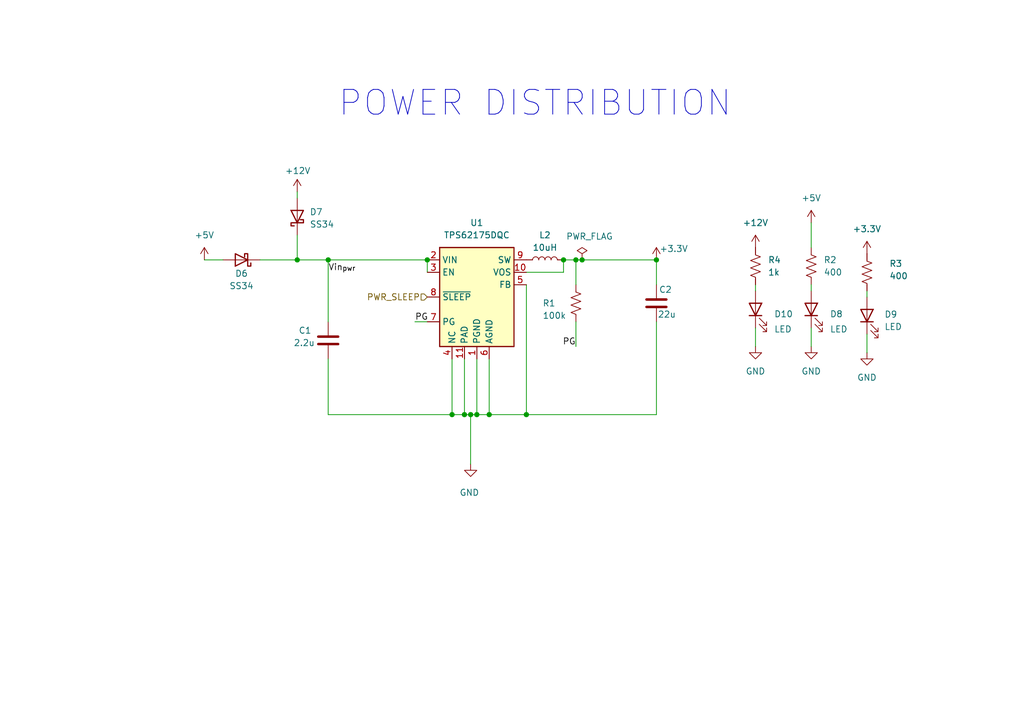
<source format=kicad_sch>
(kicad_sch (version 20250114) (generator "eeschema") (generator_version "9.0")
  (paper "A5")
  (lib_symbols
    (symbol "Device:C" (pin_numbers (hide yes)) (pin_names (offset 0.254))
      (property "Reference" "C" (at 0.635 2.54 0))
      (property "Value" "C" (at 0.635 -2.54 0))
      (symbol "C_0_1"
        (polyline (pts (xy -2.032 0.762) (xy 2.032 0.762)) (stroke (width 0.508)))
        (polyline (pts (xy -2.032 -0.762) (xy 2.032 -0.762)) (stroke (width 0.508)))
      )
      (symbol "C_1_1"
        (pin passive line (at 0 3.81 270) (length 2.794) (name "~") (number "1"))
        (pin passive line (at 0 -3.81 90) (length 2.794) (name "~") (number "2"))
      )
    )
    (symbol "Device:L" (pin_numbers (hide yes)) (pin_names (offset 1.016) (hide yes))
      (property "Reference" "L" (at -1.27 0 90))
      (property "Value" "L" (at 1.905 0 90))
      (symbol "L_0_1"
        (arc (start 0 2.54) (mid 0.6323 1.905) (end 0 1.27))
        (arc (start 0 1.27) (mid 0.6323 0.635) (end 0 0))
        (arc (start 0 0) (mid 0.6323 -0.635) (end 0 -1.27))
        (arc (start 0 -1.27) (mid 0.6323 -1.905) (end 0 -2.54))
      )
      (symbol "L_1_1"
        (pin passive line (at 0 3.81 270) (length 1.27) (name "1") (number "1"))
        (pin passive line (at 0 -3.81 90) (length 1.27) (name "2") (number "2"))
      )
    )
    (symbol "Device:LED" (pin_numbers (hide yes)) (pin_names (offset 1.016) (hide yes))
      (property "Reference" "D" (at 0 2.54 0))
      (property "Value" "LED" (at 0 -2.54 0))
      (symbol "LED_0_1"
        (polyline (pts (xy -3.048 -0.762) (xy -4.572 -2.286) (xy -3.81 -2.286) (xy -4.572 -2.286) (xy -4.572 -1.524)))
        (polyline (pts (xy -1.778 -0.762) (xy -3.302 -2.286) (xy -2.54 -2.286) (xy -3.302 -2.286) (xy -3.302 -1.524)))
        (polyline (pts (xy -1.27 0) (xy 1.27 0)))
        (polyline (pts (xy -1.27 -1.27) (xy -1.27 1.27)) (stroke (width 0.254)))
        (polyline (pts (xy 1.27 -1.27) (xy 1.27 1.27) (xy -1.27 0) (xy 1.27 -1.27)) (stroke (width 0.254)))
      )
      (symbol "LED_1_1"
        (pin passive line (at -3.81 0 0) (length 2.54) (name "K") (number "1"))
        (pin passive line (at 3.81 0 180) (length 2.54) (name "A") (number "2"))
      )
    )
    (symbol "Device:R_US" (pin_numbers (hide yes)) (pin_names (offset 0))
      (property "Reference" "R" (at 2.54 0 90))
      (property "Value" "R_US" (at -2.54 0 90))
      (symbol "R_US_0_1"
        (polyline (pts (xy 0 2.286) (xy 0 2.54)))
        (polyline (pts (xy 0 2.286) (xy 1.016 1.905) (xy 0 1.524) (xy -1.016 1.143) (xy 0 0.762)))
        (polyline (pts (xy 0 0.762) (xy 1.016 0.381) (xy 0 0) (xy -1.016 -0.381) (xy 0 -0.762)))
        (polyline (pts (xy 0 -0.762) (xy 1.016 -1.143) (xy 0 -1.524) (xy -1.016 -1.905) (xy 0 -2.286)))
        (polyline (pts (xy 0 -2.286) (xy 0 -2.54)))
      )
      (symbol "R_US_1_1"
        (pin passive line (at 0 3.81 270) (length 1.27) (name "~") (number "1"))
        (pin passive line (at 0 -3.81 90) (length 1.27) (name "~") (number "2"))
      )
    )
    (symbol "Diode:SS34" (pin_numbers (hide yes)) (pin_names (offset 1.016) (hide yes))
      (property "Reference" "D" (at 0 2.54 0))
      (property "Value" "SS34" (at 0 -2.54 0))
      (symbol "SS34_0_1"
        (polyline (pts (xy -1.905 0.635) (xy -1.905 1.27) (xy -1.27 1.27) (xy -1.27 -1.27) (xy -0.635 -1.27) (xy -0.635 -0.635)) (stroke (width 0.254)))
        (polyline (pts (xy 1.27 1.27) (xy 1.27 -1.27) (xy -1.27 0) (xy 1.27 1.27)) (stroke (width 0.254)))
        (polyline (pts (xy 1.27 0) (xy -1.27 0)))
      )
      (symbol "SS34_1_1"
        (pin passive line (at -3.81 0 0) (length 2.54) (name "K") (number "1"))
        (pin passive line (at 3.81 0 180) (length 2.54) (name "A") (number "2"))
      )
    )
    (symbol "Regulator_Switching:TPS62175DQC"
      (property "Reference" "U" (at -7.62 11.43 0))
      (property "Value" "TPS62175DQC" (at -1.27 11.43 0))
      (symbol "TPS62175DQC_0_1"
        (rectangle (start -7.62 10.16) (end 7.62 -10.16) (stroke (width 0.254)) (fill (type background)))
      )
      (symbol "TPS62175DQC_1_1"
        (pin power_in line (at -10.16 7.62 0) (length 2.54) (name "VIN") (number "2"))
        (pin input line (at -10.16 5.08 0) (length 2.54) (name "EN") (number "3"))
        (pin input line (at -10.16 0 0) (length 2.54) (name "~{SLEEP}") (number "8"))
        (pin output line (at -10.16 -5.08 0) (length 2.54) (name "PG") (number "7"))
        (pin passive line (at -5.08 -12.7 90) (length 2.54) (name "NC") (number "4"))
        (pin power_in line (at -2.54 -12.7 90) (length 2.54) (name "PAD") (number "11"))
        (pin power_in line (at 0 -12.7 90) (length 2.54) (name "PGND") (number "1"))
        (pin power_in line (at 2.54 -12.7 90) (length 2.54) (name "AGND") (number "6"))
        (pin power_out line (at 10.16 7.62 180) (length 2.54) (name "SW") (number "9"))
        (pin input line (at 10.16 5.08 180) (length 2.54) (name "VOS") (number "10"))
        (pin input line (at 10.16 2.54 180) (length 2.54) (name "FB") (number "5"))
      )
    )
    (symbol "power:+3.3V" (power) (pin_numbers (hide yes)) (pin_names (offset 0) (hide yes))
      (property "Value" "+3.3V" (at 0 3.556 0))
      (symbol "+3.3V_0_1"
        (polyline (pts (xy -0.762 1.27) (xy 0 2.54)))
        (polyline (pts (xy 0 2.54) (xy 0.762 1.27)))
        (polyline (pts (xy 0 0) (xy 0 2.54)))
      )
      (symbol "+3.3V_1_1"
        (pin power_in line (at 0 0 90) (length 0) (name "~") (number "1"))
      )
    )
    (symbol "power:+5V" (power) (pin_numbers (hide yes)) (pin_names (offset 0) (hide yes))
      (property "Value" "+5V" (at 0 3.556 0))
      (symbol "+5V_0_1"
        (polyline (pts (xy -0.762 1.27) (xy 0 2.54)))
        (polyline (pts (xy 0 2.54) (xy 0.762 1.27)))
        (polyline (pts (xy 0 0) (xy 0 2.54)))
      )
      (symbol "+5V_1_1"
        (pin power_in line (at 0 0 90) (length 0) (name "~") (number "1"))
      )
    )
    (symbol "power:GND" (power) (pin_numbers (hide yes)) (pin_names (offset 0) (hide yes))
      (property "Value" "GND" (at 0 -3.81 0))
      (symbol "GND_0_1"
        (polyline (pts (xy 0 0) (xy 0 -1.27) (xy 1.27 -1.27) (xy 0 -2.54) (xy -1.27 -1.27) (xy 0 -1.27)))
      )
      (symbol "GND_1_1"
        (pin power_in line (at 0 0 270) (length 0) (name "~") (number "1"))
      )
    )
    (symbol "power:PWR_FLAG" (power) (pin_numbers (hide yes)) (pin_names (offset 0) (hide yes))
      (property "Value" "PWR_FLAG" (at 0 3.81 0))
      (symbol "PWR_FLAG_0_0"
        (pin power_out line (at 0 0 90) (length 0) (name "~") (number "1"))
      )
      (symbol "PWR_FLAG_0_1"
        (polyline (pts (xy 0 0) (xy 0 1.27) (xy -1.016 1.905) (xy 0 2.54) (xy 1.016 1.905) (xy 0 1.27)))
      )
    )
  )
  (text "POWER DISTRIBUTION" (at 109.728 21.336 0) (effects (font (size 5.08 5.08))))
  (junction (at 95.25 85.09))
  (junction (at 134.62 53.34))
  (junction (at 97.79 85.09))
  (junction (at 107.95 85.09))
  (junction (at 87.63 53.34))
  (junction (at 96.52 85.09))
  (junction (at 119.38 53.34))
  (junction (at 115.57 53.34))
  (junction (at 100.33 85.09))
  (junction (at 118.11 53.34))
  (junction (at 60.96 53.34))
  (junction (at 67.31 53.34))
  (junction (at 92.71 85.09))
  (wire (pts (xy 41.91 53.34) (xy 45.72 53.34)))
  (wire (pts (xy 95.25 85.09) (xy 95.25 73.66)))
  (wire (pts (xy 92.71 85.09) (xy 95.25 85.09)))
  (wire (pts (xy 166.37 67.31) (xy 166.37 71.12)))
  (wire (pts (xy 97.79 85.09) (xy 100.33 85.09)))
  (wire (pts (xy 97.79 85.09) (xy 97.79 73.66)))
  (wire (pts (xy 67.31 85.09) (xy 92.71 85.09)))
  (wire (pts (xy 166.37 58.42) (xy 166.37 59.69)))
  (wire (pts (xy 154.94 67.31) (xy 154.94 71.12)))
  (wire (pts (xy 166.37 45.72) (xy 166.37 50.8)))
  (wire (pts (xy 177.8 59.69) (xy 177.8 60.96)))
  (wire (pts (xy 60.96 40.64) (xy 60.96 39.37)))
  (wire (pts (xy 87.63 53.34) (xy 87.63 55.88)))
  (wire (pts (xy 107.95 55.88) (xy 115.57 55.88)))
  (wire (pts (xy 96.52 85.09) (xy 97.79 85.09)))
  (wire (pts (xy 107.95 85.09) (xy 134.62 85.09)))
  (wire (pts (xy 100.33 73.66) (xy 100.33 85.09)))
  (wire (pts (xy 115.57 55.88) (xy 115.57 53.34)))
  (wire (pts (xy 96.52 85.09) (xy 96.52 95.25)))
  (wire (pts (xy 60.96 48.26) (xy 60.96 53.34)))
  (wire (pts (xy 115.57 53.34) (xy 118.11 53.34)))
  (wire (pts (xy 67.31 53.34) (xy 67.31 66.04)))
  (wire (pts (xy 154.94 58.42) (xy 154.94 59.69)))
  (wire (pts (xy 118.11 53.34) (xy 119.38 53.34)))
  (wire (pts (xy 177.8 68.58) (xy 177.8 72.39)))
  (wire (pts (xy 92.71 85.09) (xy 92.71 73.66)))
  (wire (pts (xy 119.38 53.34) (xy 134.62 53.34)))
  (wire (pts (xy 67.31 73.66) (xy 67.31 85.09)))
  (wire (pts (xy 134.62 66.04) (xy 134.62 85.09)))
  (wire (pts (xy 53.34 53.34) (xy 60.96 53.34)))
  (wire (pts (xy 134.62 53.34) (xy 134.62 58.42)))
  (wire (pts (xy 107.95 58.42) (xy 107.95 85.09)))
  (wire (pts (xy 67.31 53.34) (xy 87.63 53.34)))
  (wire (pts (xy 118.11 71.12) (xy 118.11 66.04)))
  (wire (pts (xy 60.96 53.34) (xy 67.31 53.34)))
  (wire (pts (xy 95.25 85.09) (xy 96.52 85.09)))
  (wire (pts (xy 85.09 66.04) (xy 87.63 66.04)))
  (wire (pts (xy 118.11 58.42) (xy 118.11 53.34)))
  (wire (pts (xy 100.33 85.09) (xy 107.95 85.09)))
  (label "Vin_{pwr}" (at 67.31 55.88 0))
  (label "PG" (at 85.09 66.04 0))
  (label "PG" (at 118.11 71.12 180))
  (hierarchical_label "PWR_SLEEP" (shape input) (at 87.63 60.96 180))
  (symbol (lib_id "power:+5V") (at 41.91 53.34 0) (unit 1)
    (property "Reference" "#PWR012" (effects (hide yes)))
    (property "Value" "+5V" (at 41.91 48.26 0))
    (property "Description" "Power symbol creates a global label with name \"+5V\"" (effects (hide yes)))
  )
  (symbol (lib_id "power:+3.3V") (at 177.8 52.07 0) (unit 1)
    (property "Reference" "#PWR016" (effects (hide yes)))
    (property "Value" "+3.3V" (at 177.8 46.99 0))
    (property "Description" "Power symbol creates a global label with name \"+3.3V\"" (effects (hide yes)))
  )
  (symbol (lib_id "power:PWR_FLAG") (at 119.38 53.34 0) (unit 1)
    (property "Reference" "#FLG05" (effects (hide yes)))
    (property "Value" "PWR_FLAG" (at 120.904 48.514 0))
    (property "Description" "Special symbol for telling ERC where power comes from" (effects (hide yes)))
  )
  (symbol (lib_id "power:GND") (at 166.37 71.12 0) (unit 1)
    (property "Reference" "#PWR013" (effects (hide yes)))
    (property "Value" "GND" (at 166.37 76.2 0))
    (property "Description" "Power symbol creates a global label with name \"GND\" , ground" (effects (hide yes)))
  )
  (symbol (lib_id "power:+5V") (at 154.94 50.8 0) (unit 1)
    (property "Reference" "#PWR018" (effects (hide yes)))
    (property "Value" "+12V" (at 154.94 45.72 0))
    (property "Description" "Power symbol creates a global label with name \"+5V\"" (effects (hide yes)))
  )
  (symbol (lib_id "Device:R_US") (at 154.94 54.61 0) (unit 1)
    (property "Reference" "R4" (at 157.48 53.3399 0) (effects (justify left)))
    (property "Value" "1k" (at 157.48 55.8799 0) (effects (justify left)))
    (property "Footprint" "Resistor_SMD:R_0603_1608Metric" (effects (hide yes)))
    (property "Description" "Resistor, US symbol" (effects (hide yes)))
    (property "LCSC" "C23025" (effects (hide yes)))
  )
  (symbol (lib_id "Device:LED") (at 154.94 63.5 90) (unit 1)
    (property "Reference" "D10" (at 158.75 64.4525 90) (effects (justify right)))
    (property "Value" "LED" (at 158.75 67.564 90) (effects (justify right)))
    (property "Footprint" "LED_SMD:LED_0805_2012Metric" (effects (hide yes)))
    (property "Description" "Light emitting diode" (effects (hide yes)))
    (property "LCSC" "C965818" (effects (hide yes)))
  )
  (symbol (lib_id "Device:L") (at 111.76 53.34 90) (unit 1)
    (property "Reference" "L2" (at 111.76 48.26 90))
    (property "Value" "10uH" (at 111.76 50.8 90))
    (property "Description" "Inductor" (effects (hide yes)))
  )
  (symbol (lib_id "power:GND") (at 96.52 95.25 0) (unit 1)
    (property "Reference" "#PWR04" (effects (hide yes)))
    (property "Value" "GND" (at 96.266 101.092 0))
    (property "Description" "Power symbol creates a global label with name \"GND\" , ground" (effects (hide yes)))
  )
  (symbol (lib_id "Regulator_Switching:TPS62175DQC") (at 97.79 60.96 0) (unit 1)
    (property "Reference" "U1" (at 97.79 45.72 0))
    (property "Value" "TPS62175DQC" (at 97.79 48.26 0))
    (property "Footprint" "Package_SON:WSON-10-1EP_2x3mm_P0.5mm_EP0.84x2.4mm_ThermalVias" (effects (hide yes)))
    (property "Datasheet" "http://www.ti.com/lit/ds/symlink/tps62177.pdf" (effects (hide yes)))
    (property "Description" "500mA Step-Down Converter with Sleep Mode, adjustable Output Voltage, 4.75-28V input voltage, WSON-10" (effects (hide yes)))
  )
  (symbol (lib_id "Device:C") (at 67.31 69.85 0) (unit 1)
    (property "Reference" "C1" (at 61.214 67.818 0) (effects (justify left)))
    (property "Value" "2.2u" (at 60.198 70.358 0) (effects (justify left)))
    (property "Footprint" "Capacitor_SMD:C_0603_1608Metric" (effects (hide yes)))
    (property "Description" "Unpolarized capacitor" (effects (hide yes)))
  )
  (symbol (lib_id "Device:LED") (at 166.37 63.5 90) (unit 1)
    (property "Reference" "D8" (at 170.18 64.4525 90) (effects (justify right)))
    (property "Value" "LED" (at 170.18 67.564 90) (effects (justify right)))
    (property "Footprint" "LED_SMD:LED_0805_2012Metric" (effects (hide yes)))
    (property "Description" "Light emitting diode" (effects (hide yes)))
    (property "LCSC" "C965818" (effects (hide yes)))
  )
  (symbol (lib_id "power:+5V") (at 166.37 45.72 0) (unit 1)
    (property "Reference" "#PWR09" (effects (hide yes)))
    (property "Value" "+5V" (at 166.37 40.64 0))
    (property "Description" "Power symbol creates a global label with name \"+5V\"" (effects (hide yes)))
  )
  (symbol (lib_id "Device:R_US") (at 166.37 54.61 0) (unit 1)
    (property "Reference" "R2" (at 168.91 53.3399 0) (effects (justify left)))
    (property "Value" "400" (at 168.91 55.8799 0) (effects (justify left)))
    (property "Footprint" "Resistor_SMD:R_0603_1608Metric" (effects (hide yes)))
    (property "Description" "Resistor, US symbol" (effects (hide yes)))
    (property "LCSC" "C23025" (effects (hide yes)))
  )
  (symbol (lib_id "power:GND") (at 177.8 72.39 0) (unit 1)
    (property "Reference" "#PWR017" (effects (hide yes)))
    (property "Value" "GND" (at 177.8 77.47 0))
    (property "Description" "Power symbol creates a global label with name \"GND\" , ground" (effects (hide yes)))
  )
  (symbol (lib_id "Device:R_US") (at 177.8 55.88 0) (unit 1)
    (property "Reference" "R3" (at 182.372 54.102 0) (effects (justify left)))
    (property "Value" "400" (at 182.372 56.642 0) (effects (justify left)))
    (property "Footprint" "Resistor_SMD:R_0603_1608Metric" (effects (hide yes)))
    (property "Description" "Resistor, US symbol" (effects (hide yes)))
    (property "LCSC" "C8218" (effects (hide yes)))
  )
  (symbol (lib_id "Diode:SS34") (at 60.96 44.45 90) (unit 1)
    (property "Reference" "D7" (at 63.5 43.4974 90) (effects (justify right)))
    (property "Value" "SS34" (at 63.5 46.0374 90) (effects (justify right)))
    (property "Footprint" "Diode_SMD:D_SMA" (effects (hide yes)))
    (property "Datasheet" "https://www.vishay.com/docs/88751/ss32.pdf" (effects (hide yes)))
    (property "Description" "40V 3A Schottky Diode, SMA" (effects (hide yes)))
  )
  (symbol (lib_id "Diode:SS34") (at 49.53 53.34 180) (unit 1)
    (property "Reference" "D6" (at 49.53 56.134 0))
    (property "Value" "SS34" (at 49.53 58.674 0))
    (property "Footprint" "Diode_SMD:D_SMA" (effects (hide yes)))
    (property "Datasheet" "https://www.vishay.com/docs/88751/ss32.pdf" (effects (hide yes)))
    (property "Description" "40V 3A Schottky Diode, SMA" (effects (hide yes)))
  )
  (symbol (lib_id "power:+3.3V") (at 134.62 53.34 0) (unit 1)
    (property "Reference" "#PWR05" (effects (hide yes)))
    (property "Value" "+3.3V" (at 138.176 51.054 0))
    (property "Description" "Power symbol creates a global label with name \"+3.3V\"" (effects (hide yes)))
  )
  (symbol (lib_id "Device:C") (at 134.62 62.23 0) (unit 1)
    (property "Reference" "C2" (at 135.128 59.436 0) (effects (justify left)))
    (property "Value" "22u" (at 134.874 64.516 0) (effects (justify left)))
    (property "Footprint" "Capacitor_SMD:C_0603_1608Metric" (effects (hide yes)))
    (property "Description" "Unpolarized capacitor" (effects (hide yes)))
    (property "LCSC" "C90806" (effects (hide yes)))
  )
  (symbol (lib_id "power:GND") (at 154.94 71.12 0) (unit 1)
    (property "Reference" "#PWR019" (effects (hide yes)))
    (property "Value" "GND" (at 154.94 76.2 0))
    (property "Description" "Power symbol creates a global label with name \"GND\" , ground" (effects (hide yes)))
  )
  (symbol (lib_id "Device:LED") (at 177.8 64.77 90) (unit 1)
    (property "Reference" "D9" (at 181.356 64.516 90) (effects (justify right)))
    (property "Value" "LED" (at 181.356 67.056 90) (effects (justify right)))
    (property "Footprint" "LED_SMD:LED_0805_2012Metric" (effects (hide yes)))
    (property "Description" "Light emitting diode" (effects (hide yes)))
    (property "LCSC" "C84256" (effects (hide yes)))
  )
  (symbol (lib_id "power:+5V") (at 60.96 39.37 0) (mirror y) (unit 1)
    (property "Reference" "#PWR02" (effects (hide yes)))
    (property "Value" "+12V" (at 58.42 35.052 0) (effects (justify right)))
    (property "Description" "Power symbol creates a global label with name \"+5V\"" (effects (hide yes)))
  )
  (symbol (lib_id "Device:R_US") (at 118.11 62.23 0) (unit 1)
    (property "Reference" "R1" (at 111.252 62.23 0) (effects (justify left)))
    (property "Value" "100k" (at 111.252 64.77 0) (effects (justify left)))
    (property "Footprint" "Resistor_SMD:R_0603_1608Metric" (effects (hide yes)))
    (property "Description" "Resistor, US symbol" (effects (hide yes)))
    (property "LCSC" "C8218" (effects (hide yes)))
  )
)
</source>
